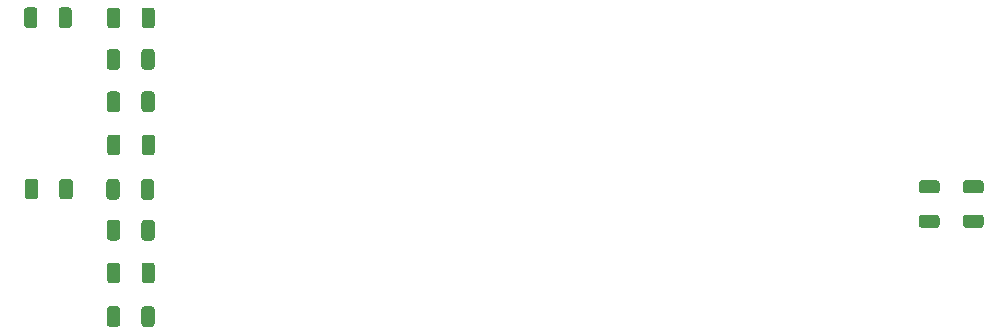
<source format=gbr>
%TF.GenerationSoftware,KiCad,Pcbnew,(5.1.9)-1*%
%TF.CreationDate,2021-03-27T08:43:11+01:00*%
%TF.ProjectId,Microcontroller,4d696372-6f63-46f6-9e74-726f6c6c6572,rev?*%
%TF.SameCoordinates,Original*%
%TF.FileFunction,Paste,Top*%
%TF.FilePolarity,Positive*%
%FSLAX46Y46*%
G04 Gerber Fmt 4.6, Leading zero omitted, Abs format (unit mm)*
G04 Created by KiCad (PCBNEW (5.1.9)-1) date 2021-03-27 08:43:11*
%MOMM*%
%LPD*%
G01*
G04 APERTURE LIST*
G04 APERTURE END LIST*
%TO.C,R47*%
G36*
G01*
X144324998Y-124870000D02*
X145575002Y-124870000D01*
G75*
G02*
X145825000Y-125119998I0J-249998D01*
G01*
X145825000Y-125745002D01*
G75*
G02*
X145575002Y-125995000I-249998J0D01*
G01*
X144324998Y-125995000D01*
G75*
G02*
X144075000Y-125745002I0J249998D01*
G01*
X144075000Y-125119998D01*
G75*
G02*
X144324998Y-124870000I249998J0D01*
G01*
G37*
G36*
G01*
X144324998Y-121945000D02*
X145575002Y-121945000D01*
G75*
G02*
X145825000Y-122194998I0J-249998D01*
G01*
X145825000Y-122820002D01*
G75*
G02*
X145575002Y-123070000I-249998J0D01*
G01*
X144324998Y-123070000D01*
G75*
G02*
X144075000Y-122820002I0J249998D01*
G01*
X144075000Y-122194998D01*
G75*
G02*
X144324998Y-121945000I249998J0D01*
G01*
G37*
%TD*%
%TO.C,R46*%
G36*
G01*
X148064998Y-124870000D02*
X149315002Y-124870000D01*
G75*
G02*
X149565000Y-125119998I0J-249998D01*
G01*
X149565000Y-125745002D01*
G75*
G02*
X149315002Y-125995000I-249998J0D01*
G01*
X148064998Y-125995000D01*
G75*
G02*
X147815000Y-125745002I0J249998D01*
G01*
X147815000Y-125119998D01*
G75*
G02*
X148064998Y-124870000I249998J0D01*
G01*
G37*
G36*
G01*
X148064998Y-121945000D02*
X149315002Y-121945000D01*
G75*
G02*
X149565000Y-122194998I0J-249998D01*
G01*
X149565000Y-122820002D01*
G75*
G02*
X149315002Y-123070000I-249998J0D01*
G01*
X148064998Y-123070000D01*
G75*
G02*
X147815000Y-122820002I0J249998D01*
G01*
X147815000Y-122194998D01*
G75*
G02*
X148064998Y-121945000I249998J0D01*
G01*
G37*
%TD*%
%TO.C,R10*%
G36*
G01*
X78252500Y-134125002D02*
X78252500Y-132874998D01*
G75*
G02*
X78502498Y-132625000I249998J0D01*
G01*
X79127502Y-132625000D01*
G75*
G02*
X79377500Y-132874998I0J-249998D01*
G01*
X79377500Y-134125002D01*
G75*
G02*
X79127502Y-134375000I-249998J0D01*
G01*
X78502498Y-134375000D01*
G75*
G02*
X78252500Y-134125002I0J249998D01*
G01*
G37*
G36*
G01*
X75327500Y-134125002D02*
X75327500Y-132874998D01*
G75*
G02*
X75577498Y-132625000I249998J0D01*
G01*
X76202502Y-132625000D01*
G75*
G02*
X76452500Y-132874998I0J-249998D01*
G01*
X76452500Y-134125002D01*
G75*
G02*
X76202502Y-134375000I-249998J0D01*
G01*
X75577498Y-134375000D01*
G75*
G02*
X75327500Y-134125002I0J249998D01*
G01*
G37*
%TD*%
%TO.C,R9*%
G36*
G01*
X78277500Y-119585002D02*
X78277500Y-118334998D01*
G75*
G02*
X78527498Y-118085000I249998J0D01*
G01*
X79152502Y-118085000D01*
G75*
G02*
X79402500Y-118334998I0J-249998D01*
G01*
X79402500Y-119585002D01*
G75*
G02*
X79152502Y-119835000I-249998J0D01*
G01*
X78527498Y-119835000D01*
G75*
G02*
X78277500Y-119585002I0J249998D01*
G01*
G37*
G36*
G01*
X75352500Y-119585002D02*
X75352500Y-118334998D01*
G75*
G02*
X75602498Y-118085000I249998J0D01*
G01*
X76227502Y-118085000D01*
G75*
G02*
X76477500Y-118334998I0J-249998D01*
G01*
X76477500Y-119585002D01*
G75*
G02*
X76227502Y-119835000I-249998J0D01*
G01*
X75602498Y-119835000D01*
G75*
G02*
X75352500Y-119585002I0J249998D01*
G01*
G37*
%TD*%
%TO.C,R8*%
G36*
G01*
X78267500Y-130415002D02*
X78267500Y-129164998D01*
G75*
G02*
X78517498Y-128915000I249998J0D01*
G01*
X79142502Y-128915000D01*
G75*
G02*
X79392500Y-129164998I0J-249998D01*
G01*
X79392500Y-130415002D01*
G75*
G02*
X79142502Y-130665000I-249998J0D01*
G01*
X78517498Y-130665000D01*
G75*
G02*
X78267500Y-130415002I0J249998D01*
G01*
G37*
G36*
G01*
X75342500Y-130415002D02*
X75342500Y-129164998D01*
G75*
G02*
X75592498Y-128915000I249998J0D01*
G01*
X76217502Y-128915000D01*
G75*
G02*
X76467500Y-129164998I0J-249998D01*
G01*
X76467500Y-130415002D01*
G75*
G02*
X76217502Y-130665000I-249998J0D01*
G01*
X75592498Y-130665000D01*
G75*
G02*
X75342500Y-130415002I0J249998D01*
G01*
G37*
%TD*%
%TO.C,R7*%
G36*
G01*
X78257500Y-115935002D02*
X78257500Y-114684998D01*
G75*
G02*
X78507498Y-114435000I249998J0D01*
G01*
X79132502Y-114435000D01*
G75*
G02*
X79382500Y-114684998I0J-249998D01*
G01*
X79382500Y-115935002D01*
G75*
G02*
X79132502Y-116185000I-249998J0D01*
G01*
X78507498Y-116185000D01*
G75*
G02*
X78257500Y-115935002I0J249998D01*
G01*
G37*
G36*
G01*
X75332500Y-115935002D02*
X75332500Y-114684998D01*
G75*
G02*
X75582498Y-114435000I249998J0D01*
G01*
X76207502Y-114435000D01*
G75*
G02*
X76457500Y-114684998I0J-249998D01*
G01*
X76457500Y-115935002D01*
G75*
G02*
X76207502Y-116185000I-249998J0D01*
G01*
X75582498Y-116185000D01*
G75*
G02*
X75332500Y-115935002I0J249998D01*
G01*
G37*
%TD*%
%TO.C,R6*%
G36*
G01*
X78257500Y-126805002D02*
X78257500Y-125554998D01*
G75*
G02*
X78507498Y-125305000I249998J0D01*
G01*
X79132502Y-125305000D01*
G75*
G02*
X79382500Y-125554998I0J-249998D01*
G01*
X79382500Y-126805002D01*
G75*
G02*
X79132502Y-127055000I-249998J0D01*
G01*
X78507498Y-127055000D01*
G75*
G02*
X78257500Y-126805002I0J249998D01*
G01*
G37*
G36*
G01*
X75332500Y-126805002D02*
X75332500Y-125554998D01*
G75*
G02*
X75582498Y-125305000I249998J0D01*
G01*
X76207502Y-125305000D01*
G75*
G02*
X76457500Y-125554998I0J-249998D01*
G01*
X76457500Y-126805002D01*
G75*
G02*
X76207502Y-127055000I-249998J0D01*
G01*
X75582498Y-127055000D01*
G75*
G02*
X75332500Y-126805002I0J249998D01*
G01*
G37*
%TD*%
%TO.C,R5*%
G36*
G01*
X78247500Y-112345002D02*
X78247500Y-111094998D01*
G75*
G02*
X78497498Y-110845000I249998J0D01*
G01*
X79122502Y-110845000D01*
G75*
G02*
X79372500Y-111094998I0J-249998D01*
G01*
X79372500Y-112345002D01*
G75*
G02*
X79122502Y-112595000I-249998J0D01*
G01*
X78497498Y-112595000D01*
G75*
G02*
X78247500Y-112345002I0J249998D01*
G01*
G37*
G36*
G01*
X75322500Y-112345002D02*
X75322500Y-111094998D01*
G75*
G02*
X75572498Y-110845000I249998J0D01*
G01*
X76197502Y-110845000D01*
G75*
G02*
X76447500Y-111094998I0J-249998D01*
G01*
X76447500Y-112345002D01*
G75*
G02*
X76197502Y-112595000I-249998J0D01*
G01*
X75572498Y-112595000D01*
G75*
G02*
X75322500Y-112345002I0J249998D01*
G01*
G37*
%TD*%
%TO.C,R4*%
G36*
G01*
X78207500Y-123355002D02*
X78207500Y-122104998D01*
G75*
G02*
X78457498Y-121855000I249998J0D01*
G01*
X79082502Y-121855000D01*
G75*
G02*
X79332500Y-122104998I0J-249998D01*
G01*
X79332500Y-123355002D01*
G75*
G02*
X79082502Y-123605000I-249998J0D01*
G01*
X78457498Y-123605000D01*
G75*
G02*
X78207500Y-123355002I0J249998D01*
G01*
G37*
G36*
G01*
X75282500Y-123355002D02*
X75282500Y-122104998D01*
G75*
G02*
X75532498Y-121855000I249998J0D01*
G01*
X76157502Y-121855000D01*
G75*
G02*
X76407500Y-122104998I0J-249998D01*
G01*
X76407500Y-123355002D01*
G75*
G02*
X76157502Y-123605000I-249998J0D01*
G01*
X75532498Y-123605000D01*
G75*
G02*
X75282500Y-123355002I0J249998D01*
G01*
G37*
%TD*%
%TO.C,R3*%
G36*
G01*
X78267500Y-108825002D02*
X78267500Y-107574998D01*
G75*
G02*
X78517498Y-107325000I249998J0D01*
G01*
X79142502Y-107325000D01*
G75*
G02*
X79392500Y-107574998I0J-249998D01*
G01*
X79392500Y-108825002D01*
G75*
G02*
X79142502Y-109075000I-249998J0D01*
G01*
X78517498Y-109075000D01*
G75*
G02*
X78267500Y-108825002I0J249998D01*
G01*
G37*
G36*
G01*
X75342500Y-108825002D02*
X75342500Y-107574998D01*
G75*
G02*
X75592498Y-107325000I249998J0D01*
G01*
X76217502Y-107325000D01*
G75*
G02*
X76467500Y-107574998I0J-249998D01*
G01*
X76467500Y-108825002D01*
G75*
G02*
X76217502Y-109075000I-249998J0D01*
G01*
X75592498Y-109075000D01*
G75*
G02*
X75342500Y-108825002I0J249998D01*
G01*
G37*
%TD*%
%TO.C,R2*%
G36*
G01*
X71307500Y-123325002D02*
X71307500Y-122074998D01*
G75*
G02*
X71557498Y-121825000I249998J0D01*
G01*
X72182502Y-121825000D01*
G75*
G02*
X72432500Y-122074998I0J-249998D01*
G01*
X72432500Y-123325002D01*
G75*
G02*
X72182502Y-123575000I-249998J0D01*
G01*
X71557498Y-123575000D01*
G75*
G02*
X71307500Y-123325002I0J249998D01*
G01*
G37*
G36*
G01*
X68382500Y-123325002D02*
X68382500Y-122074998D01*
G75*
G02*
X68632498Y-121825000I249998J0D01*
G01*
X69257502Y-121825000D01*
G75*
G02*
X69507500Y-122074998I0J-249998D01*
G01*
X69507500Y-123325002D01*
G75*
G02*
X69257502Y-123575000I-249998J0D01*
G01*
X68632498Y-123575000D01*
G75*
G02*
X68382500Y-123325002I0J249998D01*
G01*
G37*
%TD*%
%TO.C,R1*%
G36*
G01*
X71237500Y-108815002D02*
X71237500Y-107564998D01*
G75*
G02*
X71487498Y-107315000I249998J0D01*
G01*
X72112502Y-107315000D01*
G75*
G02*
X72362500Y-107564998I0J-249998D01*
G01*
X72362500Y-108815002D01*
G75*
G02*
X72112502Y-109065000I-249998J0D01*
G01*
X71487498Y-109065000D01*
G75*
G02*
X71237500Y-108815002I0J249998D01*
G01*
G37*
G36*
G01*
X68312500Y-108815002D02*
X68312500Y-107564998D01*
G75*
G02*
X68562498Y-107315000I249998J0D01*
G01*
X69187502Y-107315000D01*
G75*
G02*
X69437500Y-107564998I0J-249998D01*
G01*
X69437500Y-108815002D01*
G75*
G02*
X69187502Y-109065000I-249998J0D01*
G01*
X68562498Y-109065000D01*
G75*
G02*
X68312500Y-108815002I0J249998D01*
G01*
G37*
%TD*%
M02*

</source>
